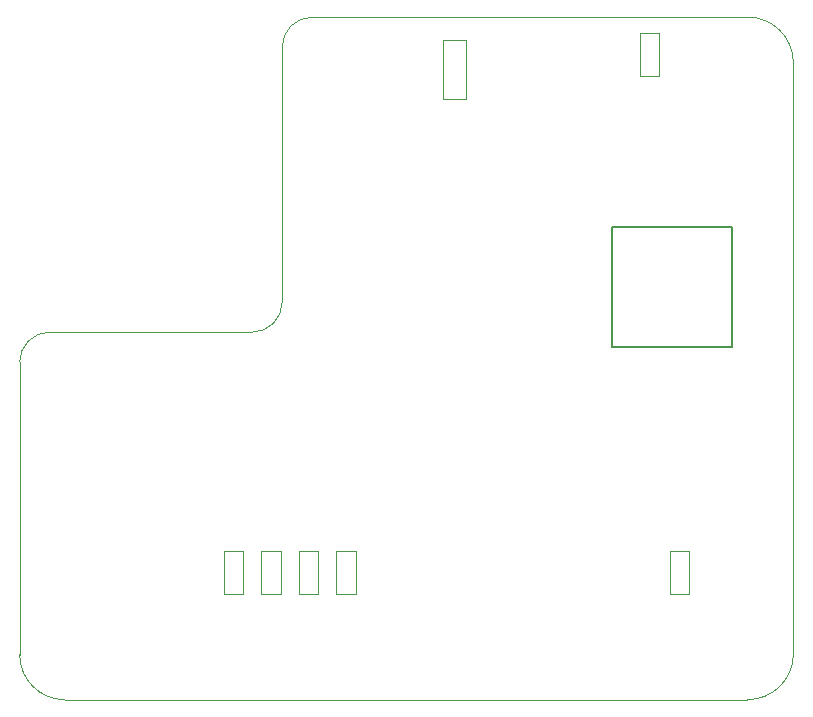
<source format=gbr>
%TF.GenerationSoftware,KiCad,Pcbnew,5.1.5+dfsg1-2~bpo10+1*%
%TF.CreationDate,2020-10-30T12:10:53+01:00*%
%TF.ProjectId,ms_auth_breakout,6d735f61-7574-4685-9f62-7265616b6f75,1.1.0*%
%TF.SameCoordinates,Original*%
%TF.FileFunction,OtherDrawing,Comment*%
%FSLAX46Y46*%
G04 Gerber Fmt 4.6, Leading zero omitted, Abs format (unit mm)*
G04 Created by KiCad (PCBNEW 5.1.5+dfsg1-2~bpo10+1) date 2020-10-30 12:10:53 commit 8f6b4a8*
%MOMM*%
%LPD*%
G04 APERTURE LIST*
%ADD10C,0.050000*%
%ADD11C,0.050800*%
%ADD12C,0.127000*%
G04 APERTURE END LIST*
D10*
X119557800Y-133896100D02*
G75*
G02X115747800Y-130086100I0J3810000D01*
G01*
X119557800Y-133896100D02*
X177342800Y-133896100D01*
X181254400Y-130086100D02*
G75*
G02X177342800Y-133896100I-3860800J50800D01*
G01*
X181254400Y-130086100D02*
X181254400Y-79921100D01*
X177342800Y-76111100D02*
G75*
G02X181254400Y-79921100I50800J-3860800D01*
G01*
X177342800Y-76111100D02*
X140512800Y-76111100D01*
X137972800Y-78651100D02*
G75*
G02X140512800Y-76111100I2540000J0D01*
G01*
X137972800Y-78651100D02*
X137972800Y-100241100D01*
X135432800Y-102781100D02*
G75*
G03X137972800Y-100241100I0J2540000D01*
G01*
X135432800Y-102781100D02*
X118287800Y-102781100D01*
X115747800Y-105321100D02*
G75*
G02X118287800Y-102781100I2540000J0D01*
G01*
X115747800Y-105321100D02*
X115747800Y-130086100D01*
D11*
X170803550Y-121286850D02*
X172452050Y-121286850D01*
X170803550Y-124915350D02*
X170803550Y-121286850D01*
X172452050Y-124915350D02*
X170803550Y-124915350D01*
X172452050Y-121286850D02*
X172452050Y-124915350D01*
X168263550Y-77471850D02*
X169912050Y-77471850D01*
X168263550Y-81100350D02*
X168263550Y-77471850D01*
X169912050Y-81100350D02*
X168263550Y-81100350D01*
X169912050Y-77471850D02*
X169912050Y-81100350D01*
X151594800Y-83029100D02*
X153560800Y-83029100D01*
X153560800Y-78083100D02*
X151594800Y-78083100D01*
X153560800Y-83029100D02*
X153560800Y-78083100D01*
X151594800Y-78083100D02*
X151594800Y-83029100D01*
D12*
X165912800Y-104051100D02*
X176072800Y-104051100D01*
X165912800Y-93891100D02*
X165912800Y-104051100D01*
X176072800Y-93891100D02*
X165912800Y-93891100D01*
X176072800Y-104051100D02*
X176072800Y-93891100D01*
D11*
X134669550Y-121286850D02*
X133021050Y-121286850D01*
X134669550Y-124915350D02*
X134669550Y-121286850D01*
X133021050Y-124915350D02*
X134669550Y-124915350D01*
X133021050Y-121286850D02*
X133021050Y-124915350D01*
X137844550Y-121286850D02*
X136196050Y-121286850D01*
X137844550Y-124915350D02*
X137844550Y-121286850D01*
X136196050Y-124915350D02*
X137844550Y-124915350D01*
X136196050Y-121286850D02*
X136196050Y-124915350D01*
X144194550Y-121286850D02*
X142546050Y-121286850D01*
X144194550Y-124915350D02*
X144194550Y-121286850D01*
X142546050Y-124915350D02*
X144194550Y-124915350D01*
X142546050Y-121286850D02*
X142546050Y-124915350D01*
X141019550Y-121286850D02*
X139371050Y-121286850D01*
X141019550Y-124915350D02*
X141019550Y-121286850D01*
X139371050Y-124915350D02*
X141019550Y-124915350D01*
X139371050Y-121286850D02*
X139371050Y-124915350D01*
M02*

</source>
